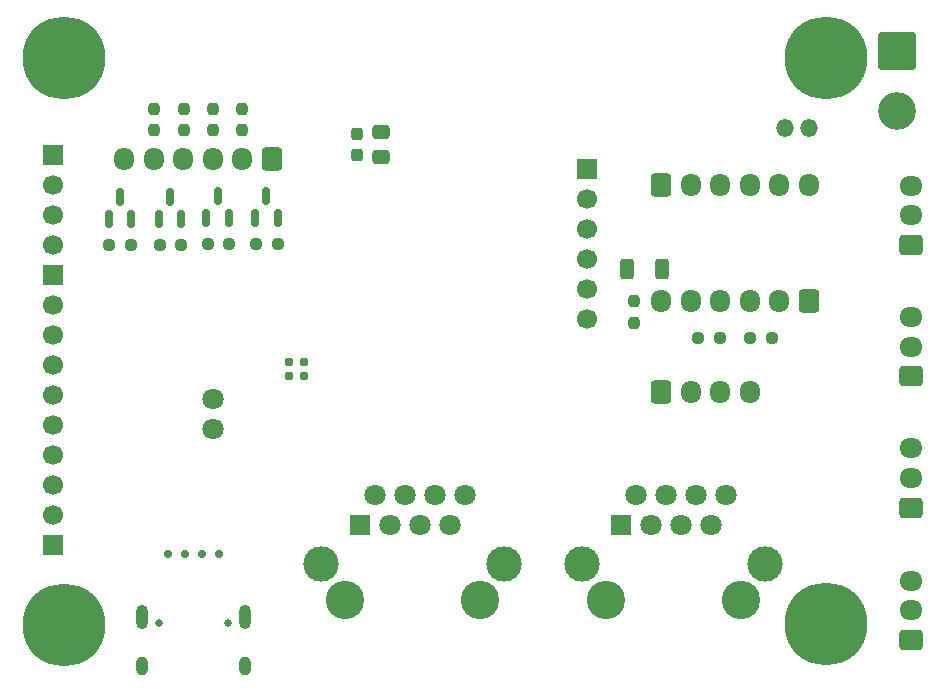
<source format=gbr>
%TF.GenerationSoftware,KiCad,Pcbnew,9.0.5*%
%TF.CreationDate,2026-01-05T22:54:41+05:30*%
%TF.ProjectId,Dietarium,44696574-6172-4697-956d-2e6b69636164,rev?*%
%TF.SameCoordinates,Original*%
%TF.FileFunction,Soldermask,Bot*%
%TF.FilePolarity,Negative*%
%FSLAX46Y46*%
G04 Gerber Fmt 4.6, Leading zero omitted, Abs format (unit mm)*
G04 Created by KiCad (PCBNEW 9.0.5) date 2026-01-05 22:54:41*
%MOMM*%
%LPD*%
G01*
G04 APERTURE LIST*
G04 Aperture macros list*
%AMRoundRect*
0 Rectangle with rounded corners*
0 $1 Rounding radius*
0 $2 $3 $4 $5 $6 $7 $8 $9 X,Y pos of 4 corners*
0 Add a 4 corners polygon primitive as box body*
4,1,4,$2,$3,$4,$5,$6,$7,$8,$9,$2,$3,0*
0 Add four circle primitives for the rounded corners*
1,1,$1+$1,$2,$3*
1,1,$1+$1,$4,$5*
1,1,$1+$1,$6,$7*
1,1,$1+$1,$8,$9*
0 Add four rect primitives between the rounded corners*
20,1,$1+$1,$2,$3,$4,$5,0*
20,1,$1+$1,$4,$5,$6,$7,0*
20,1,$1+$1,$6,$7,$8,$9,0*
20,1,$1+$1,$8,$9,$2,$3,0*%
G04 Aperture macros list end*
%ADD10RoundRect,0.250000X0.600000X0.725000X-0.600000X0.725000X-0.600000X-0.725000X0.600000X-0.725000X0*%
%ADD11O,1.700000X1.950000*%
%ADD12RoundRect,0.250000X0.725000X-0.600000X0.725000X0.600000X-0.725000X0.600000X-0.725000X-0.600000X0*%
%ADD13O,1.950000X1.700000*%
%ADD14C,3.900000*%
%ADD15C,7.000000*%
%ADD16C,1.800000*%
%ADD17C,0.650000*%
%ADD18O,1.000000X2.100000*%
%ADD19O,1.000000X1.600000*%
%ADD20C,3.250000*%
%ADD21R,1.800000X1.800000*%
%ADD22C,3.000000*%
%ADD23RoundRect,0.250000X-0.600000X-0.725000X0.600000X-0.725000X0.600000X0.725000X-0.600000X0.725000X0*%
%ADD24R,1.700000X1.700000*%
%ADD25C,1.700000*%
%ADD26RoundRect,0.266667X1.333333X-1.333333X1.333333X1.333333X-1.333333X1.333333X-1.333333X-1.333333X0*%
%ADD27O,3.200000X3.200000*%
%ADD28O,1.500000X1.500000*%
%ADD29RoundRect,0.237500X-0.237500X0.250000X-0.237500X-0.250000X0.237500X-0.250000X0.237500X0.250000X0*%
%ADD30RoundRect,0.250000X-0.475000X0.337500X-0.475000X-0.337500X0.475000X-0.337500X0.475000X0.337500X0*%
%ADD31RoundRect,0.150000X0.150000X-0.587500X0.150000X0.587500X-0.150000X0.587500X-0.150000X-0.587500X0*%
%ADD32RoundRect,0.150000X-0.150000X-0.200000X0.150000X-0.200000X0.150000X0.200000X-0.150000X0.200000X0*%
%ADD33RoundRect,0.237500X-0.237500X0.300000X-0.237500X-0.300000X0.237500X-0.300000X0.237500X0.300000X0*%
%ADD34RoundRect,0.237500X0.250000X0.237500X-0.250000X0.237500X-0.250000X-0.237500X0.250000X-0.237500X0*%
%ADD35RoundRect,0.150000X0.150000X0.200000X-0.150000X0.200000X-0.150000X-0.200000X0.150000X-0.200000X0*%
%ADD36RoundRect,0.237500X0.237500X-0.250000X0.237500X0.250000X-0.237500X0.250000X-0.237500X-0.250000X0*%
%ADD37RoundRect,0.160000X-0.160000X0.197500X-0.160000X-0.197500X0.160000X-0.197500X0.160000X0.197500X0*%
%ADD38RoundRect,0.160000X0.160000X-0.197500X0.160000X0.197500X-0.160000X0.197500X-0.160000X-0.197500X0*%
%ADD39RoundRect,0.237500X-0.250000X-0.237500X0.250000X-0.237500X0.250000X0.237500X-0.250000X0.237500X0*%
%ADD40RoundRect,0.250000X0.312500X0.625000X-0.312500X0.625000X-0.312500X-0.625000X0.312500X-0.625000X0*%
G04 APERTURE END LIST*
D10*
%TO.C,J5*%
X72597051Y-63545343D03*
D11*
X70097051Y-63545343D03*
X67597051Y-63545343D03*
X65097051Y-63545343D03*
X62597051Y-63545343D03*
X60097051Y-63545343D03*
%TD*%
D12*
%TO.C,J7*%
X126745255Y-104293247D03*
D13*
X126745255Y-101793247D03*
X126745255Y-99293247D03*
%TD*%
D14*
%TO.C,H4*%
X119516498Y-55014173D03*
D15*
X119516498Y-55014173D03*
%TD*%
D16*
%TO.C,JP2*%
X67647243Y-86455973D03*
X67647243Y-83915973D03*
%TD*%
D14*
%TO.C,H1*%
X55014297Y-103024875D03*
D15*
X55014297Y-103024875D03*
%TD*%
D12*
%TO.C,J10*%
X126738330Y-70842464D03*
D13*
X126738330Y-68342464D03*
X126738330Y-65842464D03*
%TD*%
D17*
%TO.C,J1*%
X63074425Y-102864589D03*
X68854425Y-102864589D03*
D18*
X61644425Y-102334589D03*
D19*
X61644425Y-106514589D03*
D18*
X70284425Y-102334589D03*
D19*
X70284425Y-106514589D03*
%TD*%
D20*
%TO.C,J13*%
X100867550Y-100904837D03*
X112297550Y-100904837D03*
D21*
X102137550Y-94554837D03*
D16*
X103407550Y-92014837D03*
X104677550Y-94554837D03*
X105947550Y-92014837D03*
X107217550Y-94554837D03*
X108487550Y-92014837D03*
X109757550Y-94554837D03*
X111027550Y-92014837D03*
D22*
X98837550Y-97854837D03*
X114327550Y-97854837D03*
%TD*%
D23*
%TO.C,J2*%
X105578338Y-83289838D03*
D11*
X108078338Y-83289838D03*
X110578338Y-83289838D03*
X113078338Y-83289838D03*
%TD*%
D14*
%TO.C,H3*%
X119500770Y-102991232D03*
D15*
X119500770Y-102991232D03*
%TD*%
D12*
%TO.C,J9*%
X126746547Y-81981121D03*
D13*
X126746547Y-79481121D03*
X126746547Y-76981121D03*
%TD*%
D20*
%TO.C,J14*%
X78812138Y-100903198D03*
X90242138Y-100903198D03*
D21*
X80082138Y-94553198D03*
D16*
X81352138Y-92013198D03*
X82622138Y-94553198D03*
X83892138Y-92013198D03*
X85162138Y-94553198D03*
X86432138Y-92013198D03*
X87702138Y-94553198D03*
X88972138Y-92013198D03*
D22*
X76782138Y-97853198D03*
X92272138Y-97853198D03*
%TD*%
D24*
%TO.C,J12*%
X54086454Y-63259590D03*
D25*
X54086454Y-65799590D03*
X54086454Y-68339590D03*
X54086454Y-70879590D03*
D24*
X54086454Y-73419590D03*
D25*
X54086454Y-75959590D03*
X54086454Y-78499590D03*
X54086454Y-81039590D03*
X54086454Y-83579590D03*
X54086454Y-86119590D03*
X54086454Y-88659590D03*
X54086454Y-91199590D03*
X54086454Y-93739590D03*
D24*
X54086454Y-96279590D03*
%TD*%
D23*
%TO.C,J4*%
X105550000Y-65800000D03*
D11*
X108050000Y-65800000D03*
X110550000Y-65800000D03*
X113050000Y-65800000D03*
X115550000Y-65800000D03*
X118050000Y-65800000D03*
%TD*%
D10*
%TO.C,J6*%
X118072004Y-75596282D03*
D11*
X115572004Y-75596282D03*
X113072004Y-75596282D03*
X110572004Y-75596282D03*
X108072004Y-75596282D03*
X105572004Y-75596282D03*
%TD*%
D14*
%TO.C,H2*%
X54988635Y-54993799D03*
D15*
X54988635Y-54993799D03*
%TD*%
D26*
%TO.C,J11*%
X125498550Y-54425455D03*
D27*
X125498550Y-59505455D03*
%TD*%
D24*
%TO.C,J3*%
X99280373Y-64401618D03*
D25*
X99280373Y-66941618D03*
X99280373Y-69481618D03*
X99280373Y-72021618D03*
X99280373Y-74561618D03*
X99280373Y-77101618D03*
%TD*%
D12*
%TO.C,J8*%
X126732392Y-93091320D03*
D13*
X126732392Y-90591320D03*
X126732392Y-88091320D03*
%TD*%
D28*
%TO.C,JP1*%
X116035408Y-60981673D03*
X118035408Y-60981673D03*
%TD*%
D29*
%TO.C,R13*%
X70113181Y-59328120D03*
X70113181Y-61153120D03*
%TD*%
D30*
%TO.C,C8*%
X81848922Y-61307092D03*
X81848922Y-63382092D03*
%TD*%
D31*
%TO.C,Q2*%
X68965031Y-68605233D03*
X67065031Y-68605233D03*
X68015031Y-66730233D03*
%TD*%
D32*
%TO.C,D4*%
X68123282Y-96995370D03*
X66723282Y-96995370D03*
%TD*%
D29*
%TO.C,R15*%
X67619611Y-59329451D03*
X67619611Y-61154451D03*
%TD*%
D33*
%TO.C,C7*%
X79801535Y-61486148D03*
X79801535Y-63211148D03*
%TD*%
D31*
%TO.C,Q3*%
X64916366Y-68653391D03*
X63016366Y-68653391D03*
X63966366Y-66778391D03*
%TD*%
%TO.C,Q4*%
X60670000Y-68677065D03*
X58770000Y-68677065D03*
X59720000Y-66802065D03*
%TD*%
D34*
%TO.C,R12*%
X73100723Y-70822296D03*
X71275723Y-70822296D03*
%TD*%
D29*
%TO.C,R17*%
X65122433Y-59307904D03*
X65122433Y-61132904D03*
%TD*%
D35*
%TO.C,D3*%
X63846447Y-96995370D03*
X65246447Y-96995370D03*
%TD*%
D36*
%TO.C,R5*%
X103250000Y-77462500D03*
X103250000Y-75637500D03*
%TD*%
D37*
%TO.C,R3*%
X75345395Y-80749775D03*
X75345395Y-81944775D03*
%TD*%
D29*
%TO.C,R19*%
X62588558Y-59329451D03*
X62588558Y-61154451D03*
%TD*%
D34*
%TO.C,R16*%
X64922032Y-70845405D03*
X63097032Y-70845405D03*
%TD*%
D38*
%TO.C,R4*%
X74047458Y-81943420D03*
X74047458Y-80748420D03*
%TD*%
D39*
%TO.C,R11*%
X108687500Y-78700000D03*
X110512500Y-78700000D03*
%TD*%
D40*
%TO.C,R6*%
X105596071Y-72897718D03*
X102671071Y-72897718D03*
%TD*%
D34*
%TO.C,R18*%
X60667564Y-70843916D03*
X58842564Y-70843916D03*
%TD*%
%TO.C,R14*%
X68987098Y-70822296D03*
X67162098Y-70822296D03*
%TD*%
D31*
%TO.C,Q1*%
X73080941Y-68562245D03*
X71180941Y-68562245D03*
X72130941Y-66687245D03*
%TD*%
D34*
%TO.C,R10*%
X114912500Y-78700000D03*
X113087500Y-78700000D03*
%TD*%
M02*

</source>
